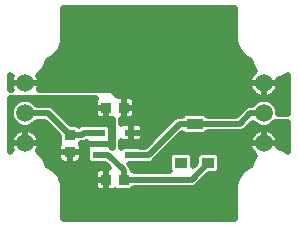
<source format=gtl>
G75*
%MOIN*%
%OFA0B0*%
%FSLAX25Y25*%
%IPPOS*%
%LPD*%
%AMOC8*
5,1,8,0,0,1.08239X$1,22.5*
%
%ADD10R,0.03740X0.03740*%
%ADD11C,0.05937*%
%ADD12R,0.05512X0.03543*%
%ADD13R,0.04331X0.03543*%
%ADD14R,0.04134X0.02362*%
%ADD15C,0.02000*%
D10*
X0030000Y0029146D03*
X0030000Y0034854D03*
X0042146Y0044000D03*
X0047854Y0044000D03*
X0047854Y0020000D03*
X0042146Y0020000D03*
D11*
X0015079Y0032118D03*
X0015079Y0042157D03*
X0015079Y0052197D03*
X0094646Y0052197D03*
X0094646Y0042157D03*
X0094646Y0032118D03*
D12*
X0071591Y0038543D03*
D13*
X0076118Y0025551D03*
X0067063Y0025551D03*
D14*
X0050315Y0028260D03*
X0050315Y0035740D03*
X0039685Y0035740D03*
X0039685Y0032000D03*
X0039685Y0028260D03*
D15*
X0027767Y0018552D02*
X0027767Y0007050D01*
X0084989Y0007050D01*
X0084989Y0018552D01*
X0086208Y0021494D01*
X0086208Y0021494D01*
X0088459Y0023745D01*
X0088459Y0023745D01*
X0090157Y0024449D01*
X0090157Y0024724D01*
X0091338Y0027574D01*
X0091805Y0028041D01*
X0091409Y0028328D01*
X0090856Y0028881D01*
X0090396Y0029514D01*
X0090041Y0030211D01*
X0089800Y0030955D01*
X0089677Y0031727D01*
X0089677Y0032118D01*
X0094646Y0032118D01*
X0094646Y0032118D01*
X0099614Y0032118D01*
X0099614Y0031727D01*
X0099492Y0030955D01*
X0099483Y0030926D01*
X0102307Y0029756D01*
X0102706Y0029357D01*
X0102706Y0039200D01*
X0098432Y0039200D01*
X0097347Y0038115D01*
X0095594Y0037389D01*
X0093697Y0037389D01*
X0091945Y0038115D01*
X0091010Y0039050D01*
X0088917Y0036957D01*
X0088129Y0036170D01*
X0087100Y0035743D01*
X0075864Y0035743D01*
X0075092Y0034972D01*
X0068089Y0034972D01*
X0067510Y0035550D01*
X0058374Y0026414D01*
X0058374Y0026414D01*
X0057586Y0025626D01*
X0056557Y0025200D01*
X0049760Y0025200D01*
X0050228Y0024732D01*
X0050654Y0023703D01*
X0050654Y0023486D01*
X0051340Y0022800D01*
X0063332Y0022800D01*
X0063098Y0023034D01*
X0063098Y0028068D01*
X0064152Y0029123D01*
X0069974Y0029123D01*
X0071028Y0028068D01*
X0071028Y0024421D01*
X0072153Y0025546D01*
X0072153Y0028068D01*
X0073207Y0029123D01*
X0079029Y0029123D01*
X0080083Y0028068D01*
X0080083Y0023034D01*
X0079029Y0021980D01*
X0076506Y0021980D01*
X0072153Y0017626D01*
X0071124Y0017200D01*
X0051340Y0017200D01*
X0050470Y0016330D01*
X0045239Y0016330D01*
X0045114Y0016455D01*
X0044788Y0016266D01*
X0044279Y0016130D01*
X0042146Y0016130D01*
X0042146Y0020000D01*
X0042146Y0020000D01*
X0042146Y0020000D01*
X0042146Y0023870D01*
X0043170Y0023870D01*
X0041761Y0025279D01*
X0036873Y0025279D01*
X0035818Y0026333D01*
X0035818Y0029937D01*
X0035754Y0030047D01*
X0035618Y0030556D01*
X0035618Y0032000D01*
X0039685Y0032000D01*
X0039685Y0032000D01*
X0035618Y0032000D01*
X0035618Y0032658D01*
X0035586Y0032626D01*
X0034557Y0032200D01*
X0033631Y0032200D01*
X0033545Y0032114D01*
X0033734Y0031788D01*
X0033870Y0031279D01*
X0033870Y0029146D01*
X0030000Y0029146D01*
X0030000Y0029146D01*
X0030000Y0029146D01*
X0026130Y0029146D01*
X0026130Y0031279D01*
X0026266Y0031788D01*
X0026455Y0032114D01*
X0026330Y0032239D01*
X0026330Y0034565D01*
X0021537Y0039357D01*
X0019022Y0039357D01*
X0017780Y0038115D01*
X0016027Y0037389D01*
X0014130Y0037389D01*
X0012378Y0038115D01*
X0011036Y0039456D01*
X0010310Y0041209D01*
X0010310Y0043106D01*
X0011036Y0044859D01*
X0012378Y0046200D01*
X0014130Y0046926D01*
X0016027Y0046926D01*
X0017780Y0046200D01*
X0019022Y0044957D01*
X0023254Y0044957D01*
X0024283Y0044531D01*
X0030290Y0038524D01*
X0032616Y0038524D01*
X0033090Y0038050D01*
X0033154Y0038114D01*
X0034183Y0038540D01*
X0036691Y0038540D01*
X0036873Y0038721D01*
X0042498Y0038721D01*
X0043552Y0037667D01*
X0043552Y0034063D01*
X0043616Y0033953D01*
X0043752Y0033444D01*
X0043752Y0032000D01*
X0039685Y0032000D01*
X0039685Y0032000D01*
X0043752Y0032000D01*
X0043752Y0030871D01*
X0044200Y0030686D01*
X0044200Y0040130D01*
X0042146Y0040130D01*
X0042146Y0044000D01*
X0042146Y0044000D01*
X0042146Y0040130D01*
X0040012Y0040130D01*
X0039504Y0040266D01*
X0039048Y0040530D01*
X0038675Y0040902D01*
X0038412Y0041358D01*
X0038276Y0041867D01*
X0038276Y0044000D01*
X0042146Y0044000D01*
X0042146Y0044000D01*
X0038276Y0044000D01*
X0038276Y0046133D01*
X0038412Y0046642D01*
X0038675Y0047098D01*
X0038777Y0047200D01*
X0010050Y0047200D01*
X0010050Y0029357D01*
X0010449Y0029756D01*
X0010661Y0029844D01*
X0010474Y0030211D01*
X0010233Y0030955D01*
X0010110Y0031727D01*
X0010110Y0032118D01*
X0015079Y0032118D01*
X0015079Y0032118D01*
X0020047Y0032118D01*
X0020047Y0031727D01*
X0019925Y0030955D01*
X0019683Y0030211D01*
X0019379Y0029613D01*
X0021418Y0027574D01*
X0022598Y0024724D01*
X0022598Y0024449D01*
X0024297Y0023745D01*
X0026548Y0021494D01*
X0026548Y0021494D01*
X0027767Y0018552D01*
X0027767Y0017988D02*
X0038276Y0017988D01*
X0038276Y0017867D02*
X0038412Y0017358D01*
X0038675Y0016902D01*
X0039048Y0016530D01*
X0039504Y0016266D01*
X0040012Y0016130D01*
X0042146Y0016130D01*
X0042146Y0020000D01*
X0042146Y0023870D01*
X0040012Y0023870D01*
X0039504Y0023734D01*
X0039048Y0023470D01*
X0038675Y0023098D01*
X0038412Y0022642D01*
X0038276Y0022133D01*
X0038276Y0020000D01*
X0038276Y0017867D01*
X0038276Y0019987D02*
X0027172Y0019987D01*
X0026057Y0021985D02*
X0038276Y0021985D01*
X0038276Y0020000D02*
X0042146Y0020000D01*
X0038276Y0020000D01*
X0042146Y0020000D02*
X0042146Y0020000D01*
X0042146Y0019987D02*
X0042146Y0019987D01*
X0042146Y0017988D02*
X0042146Y0017988D01*
X0042146Y0021985D02*
X0042146Y0021985D01*
X0043057Y0023984D02*
X0023721Y0023984D01*
X0022077Y0025982D02*
X0026595Y0025982D01*
X0026530Y0026048D02*
X0026902Y0025675D01*
X0027358Y0025412D01*
X0027867Y0025276D01*
X0030000Y0025276D01*
X0032133Y0025276D01*
X0032642Y0025412D01*
X0033098Y0025675D01*
X0033470Y0026048D01*
X0033734Y0026504D01*
X0033870Y0027012D01*
X0033870Y0029146D01*
X0030000Y0029146D01*
X0026130Y0029146D01*
X0026130Y0027012D01*
X0026266Y0026504D01*
X0026530Y0026048D01*
X0026130Y0027981D02*
X0021011Y0027981D01*
X0019565Y0029979D02*
X0026130Y0029979D01*
X0026376Y0031978D02*
X0020047Y0031978D01*
X0020047Y0032118D02*
X0020047Y0032509D01*
X0019925Y0033282D01*
X0019683Y0034025D01*
X0019328Y0034722D01*
X0018868Y0035355D01*
X0018315Y0035908D01*
X0017683Y0036368D01*
X0016986Y0036723D01*
X0016242Y0036964D01*
X0015470Y0037087D01*
X0015079Y0037087D01*
X0015079Y0032118D01*
X0020047Y0032118D01*
X0019699Y0033976D02*
X0026330Y0033976D01*
X0024920Y0035975D02*
X0018224Y0035975D01*
X0017438Y0037973D02*
X0022921Y0037973D01*
X0026844Y0041970D02*
X0038276Y0041970D01*
X0038276Y0043969D02*
X0024845Y0043969D01*
X0022697Y0042157D02*
X0030000Y0034854D01*
X0030146Y0035000D01*
X0034000Y0035000D01*
X0034740Y0035740D01*
X0039685Y0035740D01*
X0043552Y0035975D02*
X0044200Y0035975D01*
X0044200Y0033976D02*
X0043602Y0033976D01*
X0043752Y0031978D02*
X0044200Y0031978D01*
X0047000Y0031978D02*
X0056018Y0031978D01*
X0055100Y0031060D02*
X0053309Y0031060D01*
X0053127Y0031241D01*
X0047502Y0031241D01*
X0047000Y0030738D01*
X0047000Y0032979D01*
X0047020Y0032959D01*
X0047476Y0032695D01*
X0047985Y0032559D01*
X0050315Y0032559D01*
X0052645Y0032559D01*
X0053154Y0032695D01*
X0053610Y0032959D01*
X0053982Y0033331D01*
X0054246Y0033787D01*
X0054382Y0034296D01*
X0054382Y0035740D01*
X0050315Y0035740D01*
X0050315Y0032559D01*
X0050315Y0035740D01*
X0050315Y0035740D01*
X0050315Y0035740D01*
X0054382Y0035740D01*
X0054382Y0037185D01*
X0054246Y0037693D01*
X0053982Y0038149D01*
X0053610Y0038522D01*
X0053154Y0038785D01*
X0052645Y0038921D01*
X0050315Y0038921D01*
X0050315Y0035740D01*
X0050315Y0035740D01*
X0050315Y0038921D01*
X0047985Y0038921D01*
X0047476Y0038785D01*
X0047020Y0038522D01*
X0047000Y0038502D01*
X0047000Y0040130D01*
X0047854Y0040130D01*
X0047854Y0044000D01*
X0047854Y0047870D01*
X0046130Y0047870D01*
X0044000Y0050000D01*
X0019536Y0050000D01*
X0019683Y0050290D01*
X0019925Y0051033D01*
X0020047Y0051806D01*
X0020047Y0052197D01*
X0020047Y0052588D01*
X0019925Y0053360D01*
X0019683Y0054104D01*
X0019379Y0054702D01*
X0021418Y0056740D01*
X0022598Y0059591D01*
X0022598Y0059866D01*
X0024297Y0060570D01*
X0026548Y0062821D01*
X0027767Y0065762D01*
X0027767Y0077265D01*
X0084989Y0077265D01*
X0084989Y0065762D01*
X0086208Y0062821D01*
X0088459Y0060570D01*
X0090157Y0059866D01*
X0090157Y0059591D01*
X0091338Y0056740D01*
X0091805Y0056274D01*
X0091409Y0055987D01*
X0090856Y0055434D01*
X0090396Y0054801D01*
X0090041Y0054104D01*
X0089800Y0053360D01*
X0089677Y0052588D01*
X0089677Y0052197D01*
X0094646Y0052197D01*
X0099614Y0052197D01*
X0099614Y0052588D01*
X0099492Y0053360D01*
X0099483Y0053389D01*
X0102307Y0054559D01*
X0102706Y0054958D01*
X0102706Y0042000D01*
X0099414Y0042000D01*
X0099414Y0043106D01*
X0098688Y0044859D01*
X0097347Y0046200D01*
X0095594Y0046926D01*
X0093697Y0046926D01*
X0091945Y0046200D01*
X0090702Y0044957D01*
X0089601Y0044957D01*
X0088571Y0044531D01*
X0085384Y0041343D01*
X0075864Y0041343D01*
X0075092Y0042115D01*
X0068089Y0042115D01*
X0067317Y0041343D01*
X0065986Y0041343D01*
X0064957Y0040917D01*
X0064170Y0040129D01*
X0055100Y0031060D01*
X0056260Y0028260D02*
X0066543Y0038543D01*
X0071591Y0038543D01*
X0086543Y0038543D01*
X0090157Y0042157D01*
X0094646Y0042157D01*
X0099057Y0043969D02*
X0102706Y0043969D01*
X0102706Y0045967D02*
X0097580Y0045967D01*
X0096553Y0047592D02*
X0095809Y0047351D01*
X0095037Y0047228D01*
X0094646Y0047228D01*
X0094646Y0052197D01*
X0094646Y0052197D01*
X0099614Y0052197D01*
X0099614Y0051806D01*
X0099492Y0051033D01*
X0099250Y0050290D01*
X0098895Y0049593D01*
X0098435Y0048960D01*
X0097882Y0048407D01*
X0097250Y0047947D01*
X0096553Y0047592D01*
X0097275Y0047966D02*
X0102706Y0047966D01*
X0102706Y0049964D02*
X0099084Y0049964D01*
X0099614Y0051963D02*
X0102706Y0051963D01*
X0102706Y0053961D02*
X0100864Y0053961D01*
X0094646Y0052197D02*
X0094646Y0052197D01*
X0094646Y0052197D01*
X0094646Y0047228D01*
X0094255Y0047228D01*
X0093482Y0047351D01*
X0092738Y0047592D01*
X0092042Y0047947D01*
X0091409Y0048407D01*
X0090856Y0048960D01*
X0090396Y0049593D01*
X0090041Y0050290D01*
X0089800Y0051033D01*
X0089677Y0051806D01*
X0089677Y0052197D01*
X0094646Y0052197D01*
X0094646Y0051963D02*
X0094646Y0051963D01*
X0094646Y0049964D02*
X0094646Y0049964D01*
X0094646Y0047966D02*
X0094646Y0047966D01*
X0092016Y0047966D02*
X0046034Y0047966D01*
X0047854Y0047870D02*
X0047854Y0044000D01*
X0047854Y0044000D01*
X0047854Y0044000D01*
X0047854Y0040130D01*
X0049988Y0040130D01*
X0050496Y0040266D01*
X0050952Y0040530D01*
X0051325Y0040902D01*
X0051588Y0041358D01*
X0051724Y0041867D01*
X0051724Y0044000D01*
X0051724Y0046133D01*
X0051588Y0046642D01*
X0051325Y0047098D01*
X0050952Y0047470D01*
X0050496Y0047734D01*
X0049988Y0047870D01*
X0047854Y0047870D01*
X0047854Y0045967D02*
X0047854Y0045967D01*
X0047854Y0044000D02*
X0051724Y0044000D01*
X0047854Y0044000D01*
X0047854Y0044000D01*
X0047854Y0043969D02*
X0047854Y0043969D01*
X0047854Y0041970D02*
X0047854Y0041970D01*
X0047000Y0039972D02*
X0064012Y0039972D01*
X0062013Y0037973D02*
X0054084Y0037973D01*
X0054382Y0035975D02*
X0060015Y0035975D01*
X0058016Y0033976D02*
X0054296Y0033976D01*
X0050315Y0033976D02*
X0050315Y0033976D01*
X0050315Y0035975D02*
X0050315Y0035975D01*
X0050315Y0037973D02*
X0050315Y0037973D01*
X0051724Y0041970D02*
X0067944Y0041970D01*
X0075237Y0041970D02*
X0086010Y0041970D01*
X0088009Y0043969D02*
X0051724Y0043969D01*
X0051724Y0045967D02*
X0091712Y0045967D01*
X0090207Y0049964D02*
X0044036Y0049964D01*
X0038276Y0045967D02*
X0018013Y0045967D01*
X0015079Y0042157D02*
X0022697Y0042157D01*
X0028842Y0039972D02*
X0044200Y0039972D01*
X0044200Y0037973D02*
X0043246Y0037973D01*
X0042146Y0041970D02*
X0042146Y0041970D01*
X0042146Y0043969D02*
X0042146Y0043969D01*
X0035618Y0031978D02*
X0033624Y0031978D01*
X0033870Y0029979D02*
X0035794Y0029979D01*
X0035818Y0027981D02*
X0033870Y0027981D01*
X0033405Y0025982D02*
X0036169Y0025982D01*
X0039685Y0028260D02*
X0042740Y0028260D01*
X0047854Y0023146D01*
X0047854Y0020000D01*
X0070567Y0020000D01*
X0076118Y0025551D01*
X0072153Y0025982D02*
X0071028Y0025982D01*
X0071028Y0027981D02*
X0072153Y0027981D01*
X0065936Y0033976D02*
X0090025Y0033976D01*
X0090041Y0034025D02*
X0089800Y0033282D01*
X0089677Y0032509D01*
X0089677Y0032118D01*
X0094646Y0032118D01*
X0099614Y0032118D01*
X0099614Y0032509D01*
X0099492Y0033282D01*
X0099250Y0034025D01*
X0098895Y0034722D01*
X0098435Y0035355D01*
X0097882Y0035908D01*
X0097250Y0036368D01*
X0096553Y0036723D01*
X0095809Y0036964D01*
X0095037Y0037087D01*
X0094646Y0037087D01*
X0094646Y0032118D01*
X0094646Y0032118D01*
X0094646Y0032118D01*
X0094646Y0037087D01*
X0094255Y0037087D01*
X0093482Y0036964D01*
X0092738Y0036723D01*
X0092042Y0036368D01*
X0091409Y0035908D01*
X0090856Y0035355D01*
X0090396Y0034722D01*
X0090041Y0034025D01*
X0091501Y0035975D02*
X0087659Y0035975D01*
X0089933Y0037973D02*
X0092287Y0037973D01*
X0094646Y0035975D02*
X0094646Y0035975D01*
X0094646Y0033976D02*
X0094646Y0033976D01*
X0097790Y0035975D02*
X0102706Y0035975D01*
X0102706Y0033976D02*
X0099266Y0033976D01*
X0099614Y0031978D02*
X0102706Y0031978D01*
X0102706Y0029979D02*
X0101769Y0029979D01*
X0091744Y0027981D02*
X0080083Y0027981D01*
X0080083Y0025982D02*
X0090679Y0025982D01*
X0089035Y0023984D02*
X0080083Y0023984D01*
X0079035Y0021985D02*
X0086699Y0021985D01*
X0085583Y0019987D02*
X0074513Y0019987D01*
X0072515Y0017988D02*
X0084989Y0017988D01*
X0084989Y0015990D02*
X0027767Y0015990D01*
X0027767Y0013991D02*
X0084989Y0013991D01*
X0084989Y0011993D02*
X0027767Y0011993D01*
X0027767Y0009994D02*
X0084989Y0009994D01*
X0084989Y0007996D02*
X0027767Y0007996D01*
X0030000Y0025276D02*
X0030000Y0029146D01*
X0030000Y0025276D01*
X0030000Y0025982D02*
X0030000Y0025982D01*
X0030000Y0027981D02*
X0030000Y0027981D01*
X0030000Y0029146D02*
X0030000Y0029146D01*
X0015079Y0032118D02*
X0015079Y0032118D01*
X0015079Y0032118D01*
X0015079Y0037087D01*
X0014688Y0037087D01*
X0013915Y0036964D01*
X0013171Y0036723D01*
X0012475Y0036368D01*
X0011842Y0035908D01*
X0011289Y0035355D01*
X0010829Y0034722D01*
X0010474Y0034025D01*
X0010233Y0033282D01*
X0010110Y0032509D01*
X0010110Y0032118D01*
X0015079Y0032118D01*
X0015079Y0033976D02*
X0015079Y0033976D01*
X0015079Y0035975D02*
X0015079Y0035975D01*
X0012720Y0037973D02*
X0010050Y0037973D01*
X0010050Y0039972D02*
X0010823Y0039972D01*
X0010310Y0041970D02*
X0010050Y0041970D01*
X0010050Y0043969D02*
X0010668Y0043969D01*
X0010050Y0045967D02*
X0012145Y0045967D01*
X0010622Y0050000D02*
X0010050Y0050000D01*
X0010050Y0054958D01*
X0010449Y0054559D01*
X0010661Y0054471D01*
X0010474Y0054104D01*
X0010233Y0053360D01*
X0010110Y0052588D01*
X0010110Y0052197D01*
X0015079Y0052197D01*
X0020047Y0052197D01*
X0015079Y0052197D01*
X0015079Y0052197D01*
X0015079Y0052197D01*
X0010110Y0052197D01*
X0010110Y0051806D01*
X0010233Y0051033D01*
X0010474Y0050290D01*
X0010622Y0050000D01*
X0010110Y0051963D02*
X0010050Y0051963D01*
X0010050Y0053961D02*
X0010428Y0053961D01*
X0019730Y0053961D02*
X0089995Y0053961D01*
X0089677Y0051963D02*
X0020047Y0051963D01*
X0020637Y0055960D02*
X0091382Y0055960D01*
X0090834Y0057958D02*
X0021922Y0057958D01*
X0022817Y0059957D02*
X0089939Y0059957D01*
X0087073Y0061955D02*
X0025682Y0061955D01*
X0026548Y0062821D02*
X0026548Y0062821D01*
X0027017Y0063954D02*
X0085739Y0063954D01*
X0086208Y0062821D02*
X0086208Y0062821D01*
X0084989Y0065952D02*
X0027767Y0065952D01*
X0027767Y0067951D02*
X0084989Y0067951D01*
X0084989Y0069949D02*
X0027767Y0069949D01*
X0027767Y0071948D02*
X0084989Y0071948D01*
X0084989Y0073946D02*
X0027767Y0073946D01*
X0027767Y0075945D02*
X0084989Y0075945D01*
X0097005Y0037973D02*
X0102706Y0037973D01*
X0089677Y0031978D02*
X0063937Y0031978D01*
X0061939Y0029979D02*
X0090159Y0029979D01*
X0063098Y0027981D02*
X0059940Y0027981D01*
X0057942Y0025982D02*
X0063098Y0025982D01*
X0063098Y0023984D02*
X0050538Y0023984D01*
X0050315Y0028260D02*
X0056260Y0028260D01*
X0024297Y0060570D02*
X0024297Y0060570D01*
X0011934Y0035975D02*
X0010050Y0035975D01*
X0010050Y0033976D02*
X0010458Y0033976D01*
X0010110Y0031978D02*
X0010050Y0031978D01*
X0010050Y0029979D02*
X0010592Y0029979D01*
M02*

</source>
